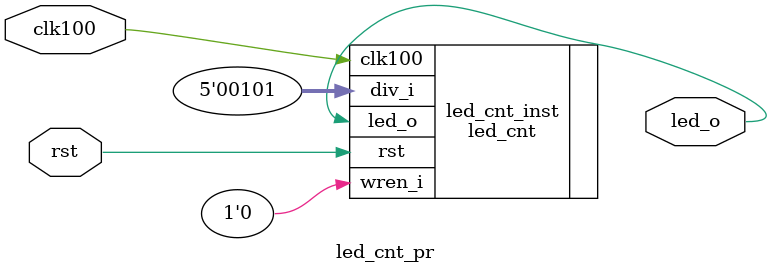
<source format=sv>

module led_cnt_pr (
  input         rst,
  input         clk100,
  output        led_o
);
///////////////////////////////////////////////////////////////////////////////////////////////////

 led_cnt led_cnt_inst (
   .rst    (rst      ),
   .clk100 (clk100   ),
   .div_i  (5'h5     ),
   .wren_i (1'b0     ),
   .led_o  (led_o    )
 );

endmodule
</source>
